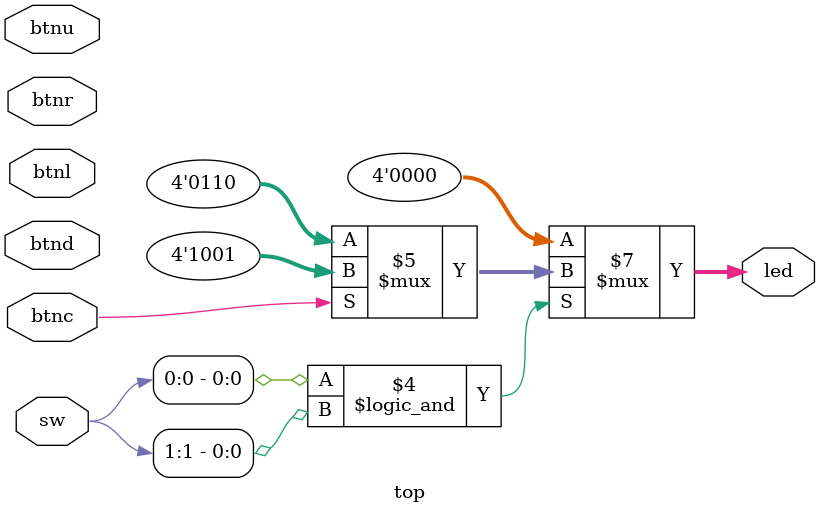
<source format=sv>
`timescale 1ns / 1ps


module top(
    input wire logic[3:0] sw,
    input wire logic btnc, btnd, btnl, btnr, btnu,
    output     logic[3:0] led
);

always_comb begin
    if(sw[0] == 1 && sw[1] == 1) begin
        led[3:0] = btnc ? 4'b1001 : 4'b0110;
    end else begin
        led[3:0] = 4'b0000;
    end
end

endmodule

</source>
